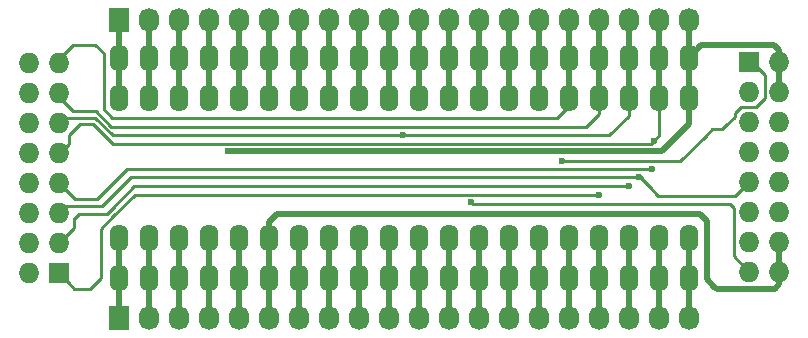
<source format=gbl>
G04 #@! TF.FileFunction,Copper,L2,Bot,Signal*
%FSLAX46Y46*%
G04 Gerber Fmt 4.6, Leading zero omitted, Abs format (unit mm)*
G04 Created by KiCad (PCBNEW 4.0.3-stable) date 10/19/16 10:16:13*
%MOMM*%
%LPD*%
G01*
G04 APERTURE LIST*
%ADD10C,0.100000*%
%ADD11O,1.600000X2.300000*%
%ADD12R,1.727200X1.727200*%
%ADD13O,1.727200X1.727200*%
%ADD14R,1.727200X2.032000*%
%ADD15O,1.727200X2.032000*%
%ADD16C,0.600000*%
%ADD17C,0.500000*%
%ADD18C,0.250000*%
G04 APERTURE END LIST*
D10*
D11*
X115200000Y-94900000D03*
X117740000Y-94900000D03*
X120280000Y-94900000D03*
X122820000Y-94900000D03*
X125360000Y-94900000D03*
X127900000Y-94900000D03*
X130440000Y-94900000D03*
X132980000Y-94900000D03*
X135520000Y-94900000D03*
X138060000Y-94900000D03*
X140600000Y-94900000D03*
X143140000Y-94900000D03*
X145680000Y-94900000D03*
X148220000Y-94900000D03*
X150760000Y-94900000D03*
X153300000Y-94900000D03*
X155840000Y-94900000D03*
X158380000Y-94900000D03*
X160920000Y-94900000D03*
X163460000Y-94900000D03*
X163460000Y-79660000D03*
X160920000Y-79660000D03*
X158380000Y-79660000D03*
X155840000Y-79660000D03*
X153300000Y-79660000D03*
X150760000Y-79660000D03*
X148220000Y-79660000D03*
X145680000Y-79660000D03*
X143140000Y-79660000D03*
X140600000Y-79660000D03*
X138060000Y-79660000D03*
X135520000Y-79660000D03*
X132980000Y-79660000D03*
X130440000Y-79660000D03*
X127900000Y-79660000D03*
X125360000Y-79660000D03*
X122820000Y-79660000D03*
X120280000Y-79660000D03*
X117740000Y-79660000D03*
X115200000Y-79660000D03*
D12*
X168550000Y-80000000D03*
D13*
X171090000Y-80000000D03*
X168550000Y-82540000D03*
X171090000Y-82540000D03*
X168550000Y-85080000D03*
X171090000Y-85080000D03*
X168550000Y-87620000D03*
X171090000Y-87620000D03*
X168550000Y-90160000D03*
X171090000Y-90160000D03*
X168550000Y-92700000D03*
X171090000Y-92700000D03*
X168550000Y-95240000D03*
X171090000Y-95240000D03*
X168550000Y-97780000D03*
X171090000Y-97780000D03*
D14*
X115200000Y-101700000D03*
D15*
X117740000Y-101700000D03*
X120280000Y-101700000D03*
X122820000Y-101700000D03*
X125360000Y-101700000D03*
X127900000Y-101700000D03*
X130440000Y-101700000D03*
X132980000Y-101700000D03*
X135520000Y-101700000D03*
X138060000Y-101700000D03*
X140600000Y-101700000D03*
X143140000Y-101700000D03*
X145680000Y-101700000D03*
X148220000Y-101700000D03*
X150760000Y-101700000D03*
X153300000Y-101700000D03*
X155840000Y-101700000D03*
X158380000Y-101700000D03*
X160920000Y-101700000D03*
X163460000Y-101700000D03*
D14*
X115200000Y-76500000D03*
D15*
X117740000Y-76500000D03*
X120280000Y-76500000D03*
X122820000Y-76500000D03*
X125360000Y-76500000D03*
X127900000Y-76500000D03*
X130440000Y-76500000D03*
X132980000Y-76500000D03*
X135520000Y-76500000D03*
X138060000Y-76500000D03*
X140600000Y-76500000D03*
X143140000Y-76500000D03*
X145680000Y-76500000D03*
X148220000Y-76500000D03*
X150760000Y-76500000D03*
X153300000Y-76500000D03*
X155840000Y-76500000D03*
X158380000Y-76500000D03*
X160920000Y-76500000D03*
X163460000Y-76500000D03*
D11*
X115200000Y-98300000D03*
X117740000Y-98300000D03*
X120280000Y-98300000D03*
X122820000Y-98300000D03*
X125360000Y-98300000D03*
X127900000Y-98300000D03*
X130440000Y-98300000D03*
X132980000Y-98300000D03*
X135520000Y-98300000D03*
X138060000Y-98300000D03*
X140600000Y-98300000D03*
X143140000Y-98300000D03*
X145680000Y-98300000D03*
X148220000Y-98300000D03*
X150760000Y-98300000D03*
X153300000Y-98300000D03*
X155840000Y-98300000D03*
X158380000Y-98300000D03*
X160920000Y-98300000D03*
X163460000Y-98300000D03*
X163460000Y-83060000D03*
X160920000Y-83060000D03*
X158380000Y-83060000D03*
X155840000Y-83060000D03*
X153300000Y-83060000D03*
X150760000Y-83060000D03*
X148220000Y-83060000D03*
X145680000Y-83060000D03*
X143140000Y-83060000D03*
X140600000Y-83060000D03*
X138060000Y-83060000D03*
X135520000Y-83060000D03*
X132980000Y-83060000D03*
X130440000Y-83060000D03*
X127900000Y-83060000D03*
X125360000Y-83060000D03*
X122820000Y-83060000D03*
X120280000Y-83060000D03*
X117740000Y-83060000D03*
X115200000Y-83060000D03*
D12*
X110150000Y-97900000D03*
D13*
X107610000Y-97900000D03*
X110150000Y-95360000D03*
X107610000Y-95360000D03*
X110150000Y-92820000D03*
X107610000Y-92820000D03*
X110150000Y-90280000D03*
X107610000Y-90280000D03*
X110150000Y-87740000D03*
X107610000Y-87740000D03*
X110150000Y-85200000D03*
X107610000Y-85200000D03*
X110150000Y-82660000D03*
X107610000Y-82660000D03*
X110150000Y-80120000D03*
X107610000Y-80120000D03*
D16*
X152700000Y-88400000D03*
X155800000Y-91250000D03*
X158400000Y-90550000D03*
X159250000Y-89800000D03*
X160350000Y-89100000D03*
X124450000Y-87600000D03*
X160450000Y-86700000D03*
X145000000Y-91900000D03*
X139250000Y-86250000D03*
D17*
X115200000Y-101700000D02*
X115200000Y-98300000D01*
X115200000Y-98300000D02*
X115200000Y-94900000D01*
X115200000Y-98000000D02*
X115200000Y-94900000D01*
X117740000Y-101700000D02*
X117740000Y-98300000D01*
X117740000Y-98300000D02*
X117740000Y-94900000D01*
X117740000Y-98000000D02*
X117740000Y-94900000D01*
X120280000Y-101700000D02*
X120280000Y-98300000D01*
X120280000Y-98300000D02*
X120280000Y-94900000D01*
X120280000Y-98000000D02*
X120280000Y-94900000D01*
X122820000Y-101700000D02*
X122820000Y-98300000D01*
X122820000Y-98300000D02*
X122820000Y-94900000D01*
X122820000Y-98000000D02*
X122820000Y-94900000D01*
X125360000Y-101700000D02*
X125360000Y-98300000D01*
X125360000Y-98300000D02*
X125360000Y-94900000D01*
X125360000Y-98000000D02*
X125360000Y-94900000D01*
X167500000Y-99250000D02*
X165800000Y-99250000D01*
X170700000Y-99250000D02*
X171100000Y-98850000D01*
X167500000Y-99250000D02*
X170700000Y-99250000D01*
X171100000Y-97800000D02*
X171100000Y-98850000D01*
X165600000Y-99050000D02*
X164950000Y-98400000D01*
X163650000Y-92900000D02*
X128600000Y-92900000D01*
X128600000Y-92900000D02*
X127900000Y-93600000D01*
X127900000Y-93600000D02*
X127900000Y-94900000D01*
X164950000Y-98400000D02*
X164950000Y-94550000D01*
X164400000Y-92900000D02*
X164950000Y-93450000D01*
X164950000Y-93450000D02*
X164950000Y-94550000D01*
X163650000Y-92900000D02*
X164400000Y-92900000D01*
X165800000Y-99250000D02*
X165600000Y-99050000D01*
X127900000Y-101700000D02*
X127900000Y-98300000D01*
X127900000Y-98300000D02*
X127900000Y-94900000D01*
X127900000Y-98000000D02*
X127900000Y-94900000D01*
X171100000Y-97800000D02*
X171100000Y-95260000D01*
X130440000Y-101700000D02*
X130440000Y-98300000D01*
X130440000Y-98300000D02*
X130440000Y-94900000D01*
X130440000Y-98000000D02*
X130440000Y-94900000D01*
X132980000Y-101700000D02*
X132980000Y-98300000D01*
X132980000Y-98300000D02*
X132980000Y-94900000D01*
X132980000Y-98000000D02*
X132980000Y-94900000D01*
X135520000Y-101700000D02*
X135520000Y-98300000D01*
X135520000Y-98300000D02*
X135520000Y-94900000D01*
X135520000Y-98000000D02*
X135520000Y-94900000D01*
X138060000Y-101700000D02*
X138060000Y-98300000D01*
X138060000Y-98300000D02*
X138060000Y-94900000D01*
X138060000Y-98000000D02*
X138060000Y-94900000D01*
X140600000Y-101700000D02*
X140600000Y-98300000D01*
X140600000Y-98300000D02*
X140600000Y-94900000D01*
X140600000Y-98000000D02*
X140600000Y-94900000D01*
X143140000Y-101700000D02*
X143140000Y-98300000D01*
X143140000Y-98300000D02*
X143140000Y-94900000D01*
X143140000Y-98000000D02*
X143140000Y-94900000D01*
X145680000Y-101700000D02*
X145680000Y-98300000D01*
X145680000Y-98300000D02*
X145680000Y-94900000D01*
X145680000Y-98000000D02*
X145680000Y-94900000D01*
X148220000Y-101700000D02*
X148220000Y-98300000D01*
X148220000Y-98300000D02*
X148220000Y-94900000D01*
X148220000Y-98000000D02*
X148220000Y-94900000D01*
D18*
X165425000Y-85725000D02*
X166275000Y-85725000D01*
X166275000Y-85725000D02*
X166600000Y-85400000D01*
X152700000Y-88400000D02*
X152700000Y-88450000D01*
X167350000Y-84600000D02*
X167350000Y-84650000D01*
X169850000Y-81100000D02*
X169850000Y-83100000D01*
X169850000Y-83100000D02*
X169100000Y-83850000D01*
X169100000Y-83850000D02*
X167850000Y-83850000D01*
X168770000Y-80020000D02*
X169850000Y-81100000D01*
X167850000Y-83850000D02*
X167350000Y-84350000D01*
X167350000Y-84350000D02*
X167350000Y-84600000D01*
X167350000Y-84650000D02*
X166600000Y-85400000D01*
X168560000Y-80020000D02*
X168770000Y-80020000D01*
X168560000Y-80020000D02*
X168330000Y-80020000D01*
X165425000Y-85725000D02*
X164850000Y-86300000D01*
X160750000Y-88450000D02*
X162700000Y-88450000D01*
X160750000Y-88450000D02*
X152700000Y-88450000D01*
X162700000Y-88450000D02*
X164850000Y-86300000D01*
X164850000Y-86300000D02*
X164950000Y-86200000D01*
D17*
X150760000Y-94900000D02*
X150760000Y-98300000D01*
X150760000Y-98300000D02*
X150760000Y-101700000D01*
X150760000Y-98000000D02*
X150760000Y-94900000D01*
X153300000Y-101700000D02*
X153300000Y-98300000D01*
X153300000Y-98300000D02*
X153300000Y-94900000D01*
X153300000Y-98000000D02*
X153300000Y-94900000D01*
D18*
X116550000Y-91250000D02*
X114700000Y-93100000D01*
X110925000Y-98725000D02*
X110925000Y-98775000D01*
X113650000Y-98350000D02*
X113650000Y-94150000D01*
X113650000Y-94150000D02*
X114700000Y-93100000D01*
X110190000Y-97990000D02*
X110925000Y-98725000D01*
X110925000Y-98775000D02*
X111400000Y-99250000D01*
X111400000Y-99250000D02*
X112750000Y-99250000D01*
X112750000Y-99250000D02*
X113650000Y-98350000D01*
X110190000Y-97880000D02*
X110190000Y-97990000D01*
X110190000Y-97880000D02*
X110190000Y-97660000D01*
X128000000Y-91250000D02*
X116550000Y-91250000D01*
X128000000Y-91250000D02*
X155800000Y-91250000D01*
D17*
X155840000Y-94900000D02*
X155840000Y-98300000D01*
X155840000Y-98300000D02*
X155840000Y-101700000D01*
X155840000Y-98000000D02*
X155840000Y-94900000D01*
D18*
X127600000Y-90550000D02*
X116500000Y-90550000D01*
X116500000Y-90550000D02*
X114575000Y-92475000D01*
X111825000Y-92875000D02*
X114175000Y-92875000D01*
X110190000Y-95260000D02*
X111400000Y-94050000D01*
X111400000Y-93250000D02*
X111400000Y-94050000D01*
X111450000Y-93250000D02*
X111825000Y-92875000D01*
X111400000Y-93250000D02*
X111450000Y-93250000D01*
X114175000Y-92875000D02*
X114575000Y-92475000D01*
X127600000Y-90550000D02*
X158100000Y-90550000D01*
X110190000Y-95340000D02*
X110190000Y-95260000D01*
X158400000Y-90550000D02*
X158350000Y-90550000D01*
X158100000Y-90550000D02*
X158350000Y-90550000D01*
D17*
X158380000Y-101700000D02*
X158380000Y-98300000D01*
X158380000Y-98300000D02*
X158380000Y-94900000D01*
X158380000Y-98000000D02*
X158380000Y-94900000D01*
D18*
X159250000Y-89800000D02*
X159300000Y-89800000D01*
X167360000Y-91350000D02*
X168550000Y-90160000D01*
X160850000Y-91350000D02*
X167360000Y-91350000D01*
X159300000Y-89800000D02*
X160850000Y-91350000D01*
X159250000Y-89800000D02*
X159350000Y-89800000D01*
X159350000Y-89800000D02*
X160350000Y-90800000D01*
D17*
X160920000Y-94900000D02*
X160920000Y-98300000D01*
X160920000Y-98300000D02*
X160920000Y-101700000D01*
D18*
X113750000Y-92250000D02*
X110740000Y-92250000D01*
X110740000Y-92250000D02*
X110190000Y-92800000D01*
X110190000Y-92800000D02*
X110200000Y-92800000D01*
X114100000Y-91900000D02*
X113750000Y-92250000D01*
X127000000Y-89800000D02*
X116200000Y-89800000D01*
X127000000Y-89800000D02*
X159250000Y-89800000D01*
X116200000Y-89800000D02*
X114100000Y-91900000D01*
D17*
X163460000Y-94900000D02*
X163460000Y-98300000D01*
X163460000Y-98300000D02*
X163460000Y-101700000D01*
D18*
X160350000Y-89100000D02*
X160050000Y-89100000D01*
X159900000Y-89100000D02*
X160050000Y-89100000D01*
X126850000Y-89100000D02*
X159900000Y-89100000D01*
X111450000Y-91600000D02*
X110190000Y-90340000D01*
X113350000Y-91600000D02*
X111450000Y-91600000D01*
X113600000Y-91350000D02*
X113350000Y-91600000D01*
X115850000Y-89100000D02*
X113600000Y-91350000D01*
X126850000Y-89100000D02*
X115850000Y-89100000D01*
X110190000Y-90340000D02*
X110190000Y-90260000D01*
D17*
X161050000Y-87550000D02*
X161200000Y-87550000D01*
X161200000Y-87550000D02*
X163460000Y-85290000D01*
X159600000Y-87550000D02*
X161050000Y-87550000D01*
X151550000Y-87550000D02*
X159600000Y-87550000D01*
X167575000Y-78625000D02*
X164495000Y-78625000D01*
X167575000Y-78625000D02*
X170675000Y-78625000D01*
X164495000Y-78625000D02*
X163460000Y-79660000D01*
X163870000Y-79250000D02*
X163460000Y-79660000D01*
X151350000Y-87550000D02*
X151550000Y-87550000D01*
X151350000Y-87550000D02*
X150150000Y-87550000D01*
X163460000Y-85290000D02*
X163460000Y-83060000D01*
X163460000Y-83060000D02*
X163460000Y-84140000D01*
X163460000Y-83060000D02*
X163460000Y-81300000D01*
X163460000Y-81300000D02*
X163460000Y-79660000D01*
X163460000Y-79660000D02*
X163460000Y-78250000D01*
X163460000Y-78250000D02*
X163460000Y-76500000D01*
X171100000Y-79050000D02*
X170675000Y-78625000D01*
X124450000Y-87600000D02*
X124450000Y-87550000D01*
X150150000Y-87550000D02*
X124450000Y-87550000D01*
X171100000Y-80020000D02*
X171100000Y-79050000D01*
X171100000Y-82560000D02*
X171100000Y-80020000D01*
D18*
X160920000Y-85830000D02*
X160920000Y-86230000D01*
X110190000Y-87720000D02*
X110960000Y-86950000D01*
X110960000Y-86950000D02*
X110960000Y-86540000D01*
X110960000Y-86190000D02*
X111875000Y-85275000D01*
X110960000Y-86540000D02*
X110960000Y-86190000D01*
X112975000Y-85275000D02*
X113050000Y-85350000D01*
X111875000Y-85275000D02*
X112975000Y-85275000D01*
X160920000Y-84300000D02*
X160920000Y-83060000D01*
X160920000Y-85830000D02*
X160920000Y-84300000D01*
X158350000Y-86950000D02*
X114650000Y-86950000D01*
X158350000Y-86950000D02*
X159800000Y-86950000D01*
X159800000Y-86950000D02*
X160000000Y-86950000D01*
X113050000Y-85350000D02*
X114650000Y-86950000D01*
X160200000Y-86950000D02*
X160450000Y-86700000D01*
X160000000Y-86950000D02*
X160200000Y-86950000D01*
X160920000Y-86230000D02*
X160450000Y-86700000D01*
D17*
X160920000Y-79660000D02*
X160920000Y-83060000D01*
X160920000Y-79660000D02*
X160920000Y-76500000D01*
D18*
X110210000Y-87700000D02*
X110190000Y-87720000D01*
X167250000Y-93050000D02*
X167250000Y-92450000D01*
X167250000Y-93050000D02*
X167250000Y-96490000D01*
X167250000Y-96490000D02*
X168560000Y-97800000D01*
X168535000Y-97775000D02*
X168560000Y-97800000D01*
X166925000Y-92025000D02*
X154650000Y-92025000D01*
X166925000Y-92025000D02*
X167250000Y-92350000D01*
X167250000Y-92350000D02*
X167250000Y-92450000D01*
X154650000Y-92025000D02*
X145125000Y-92025000D01*
X145125000Y-92025000D02*
X145000000Y-91900000D01*
X139250000Y-86250000D02*
X139600000Y-86250000D01*
X114650000Y-86250000D02*
X114650000Y-86236398D01*
X139250000Y-86250000D02*
X114650000Y-86250000D01*
X114650000Y-86236398D02*
X113163602Y-84750000D01*
X139600000Y-86250000D02*
X156700000Y-86250000D01*
X158375000Y-84575000D02*
X158375000Y-83065000D01*
X158375000Y-83065000D02*
X158380000Y-83060000D01*
X156700000Y-86250000D02*
X158375000Y-84575000D01*
X158375000Y-84575000D02*
X158380000Y-84570000D01*
D17*
X158380000Y-79660000D02*
X158380000Y-83060000D01*
X158380000Y-79660000D02*
X158380000Y-76500000D01*
D18*
X113163602Y-84750000D02*
X110620000Y-84750000D01*
X110620000Y-84750000D02*
X110190000Y-85180000D01*
X113225000Y-84175000D02*
X111275000Y-84175000D01*
X111275000Y-84175000D02*
X111100000Y-84000000D01*
X114550000Y-85500000D02*
X113225000Y-84175000D01*
X154750000Y-85500000D02*
X155840000Y-84410000D01*
X114550000Y-85500000D02*
X154750000Y-85500000D01*
X111100000Y-84000000D02*
X110190000Y-83090000D01*
X110190000Y-83090000D02*
X110190000Y-82640000D01*
X155840000Y-83060000D02*
X155840000Y-84410000D01*
D17*
X155840000Y-83060000D02*
X155840000Y-79660000D01*
X155840000Y-79660000D02*
X155840000Y-76500000D01*
D18*
X110190000Y-80100000D02*
X110190000Y-79660000D01*
X110190000Y-79660000D02*
X111300000Y-78550000D01*
X113900000Y-79250000D02*
X113900000Y-80450000D01*
X113200000Y-78550000D02*
X113900000Y-79250000D01*
X111300000Y-78550000D02*
X113200000Y-78550000D01*
X113900000Y-80450000D02*
X113900000Y-84050000D01*
X114600000Y-84750000D02*
X113900000Y-84050000D01*
X114600000Y-84750000D02*
X114650000Y-84800000D01*
X152250000Y-84800000D02*
X114650000Y-84800000D01*
X153300000Y-83060000D02*
X153300000Y-83750000D01*
X153300000Y-83750000D02*
X152250000Y-84800000D01*
D17*
X153300000Y-79660000D02*
X153300000Y-83060000D01*
X153300000Y-79660000D02*
X153300000Y-76500000D01*
X150760000Y-83060000D02*
X150760000Y-79660000D01*
X150760000Y-79660000D02*
X150760000Y-76500000D01*
X148220000Y-79660000D02*
X148220000Y-83060000D01*
X148220000Y-79660000D02*
X148220000Y-76500000D01*
X145680000Y-83060000D02*
X145680000Y-79660000D01*
X145680000Y-79660000D02*
X145680000Y-76500000D01*
X143140000Y-79660000D02*
X143140000Y-83060000D01*
X143140000Y-79660000D02*
X143140000Y-76500000D01*
X140600000Y-79660000D02*
X140600000Y-83060000D01*
X140600000Y-79660000D02*
X140600000Y-76500000D01*
X138060000Y-79660000D02*
X138060000Y-83060000D01*
X138060000Y-79660000D02*
X138060000Y-76500000D01*
X135520000Y-83060000D02*
X135520000Y-79660000D01*
X135520000Y-79660000D02*
X135520000Y-76500000D01*
X132980000Y-79660000D02*
X132980000Y-83060000D01*
X132980000Y-79660000D02*
X132980000Y-76500000D01*
X130440000Y-83060000D02*
X130440000Y-79660000D01*
X130440000Y-79660000D02*
X130440000Y-76500000D01*
X127900000Y-79660000D02*
X127900000Y-83060000D01*
X127900000Y-79660000D02*
X127900000Y-76500000D01*
X125360000Y-83060000D02*
X125360000Y-79660000D01*
X125360000Y-79660000D02*
X125360000Y-76500000D01*
X122820000Y-79660000D02*
X122820000Y-83060000D01*
X122820000Y-79660000D02*
X122820000Y-76500000D01*
X120280000Y-83060000D02*
X120280000Y-79660000D01*
X120280000Y-79660000D02*
X120280000Y-76500000D01*
X117740000Y-79660000D02*
X117740000Y-83060000D01*
X117740000Y-79660000D02*
X117740000Y-76500000D01*
X115200000Y-79660000D02*
X115200000Y-83060000D01*
X115200000Y-79660000D02*
X115200000Y-76500000D01*
M02*

</source>
